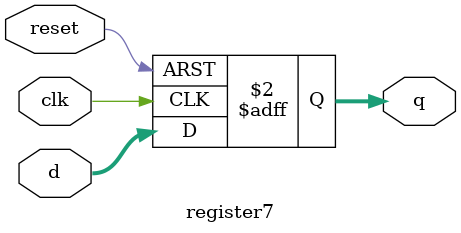
<source format=v>
module register7(input clk, input reset, input [6:0] d, output reg [6:0] q);
    always @(posedge clk, posedge reset) begin
        if(reset) q <= 7'b0000000;
        else q <= d;
    end
endmodule
</source>
